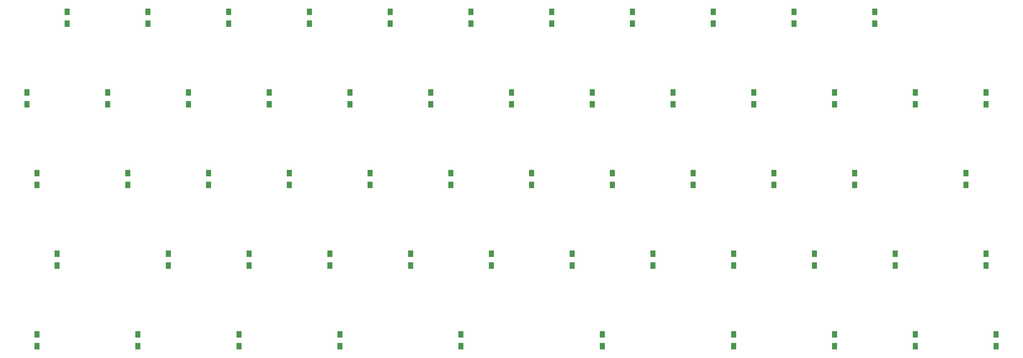
<source format=gbr>
G04 #@! TF.GenerationSoftware,KiCad,Pcbnew,(5.1.5-0-10_14)*
G04 #@! TF.CreationDate,2020-08-31T10:03:10-05:00*
G04 #@! TF.ProjectId,SithZhuyin40,53697468-5a68-4757-9969-6e34302e6b69,rev?*
G04 #@! TF.SameCoordinates,Original*
G04 #@! TF.FileFunction,Paste,Bot*
G04 #@! TF.FilePolarity,Positive*
%FSLAX46Y46*%
G04 Gerber Fmt 4.6, Leading zero omitted, Abs format (unit mm)*
G04 Created by KiCad (PCBNEW (5.1.5-0-10_14)) date 2020-08-31 10:03:10*
%MOMM*%
%LPD*%
G04 APERTURE LIST*
%ADD10R,1.200000X1.600000*%
G04 APERTURE END LIST*
D10*
X262731250Y-135543750D03*
X262731250Y-132743750D03*
X243681250Y-135543750D03*
X243681250Y-132743750D03*
X224631250Y-135543750D03*
X224631250Y-132743750D03*
X200818750Y-135543750D03*
X200818750Y-132743750D03*
X169862500Y-135543750D03*
X169862500Y-132743750D03*
X136525000Y-135543750D03*
X136525000Y-132743750D03*
X107950000Y-135543750D03*
X107950000Y-132743750D03*
X84137500Y-135543750D03*
X84137500Y-132743750D03*
X60325000Y-135543750D03*
X60325000Y-132743750D03*
X36512500Y-135543750D03*
X36512500Y-132743750D03*
X260350000Y-116493750D03*
X260350000Y-113693750D03*
X238918750Y-116493750D03*
X238918750Y-113693750D03*
X219868750Y-116493750D03*
X219868750Y-113693750D03*
X200818750Y-116493750D03*
X200818750Y-113693750D03*
X181768750Y-116493750D03*
X181768750Y-113693750D03*
X162718750Y-116493750D03*
X162718750Y-113693750D03*
X143668750Y-116493750D03*
X143668750Y-113693750D03*
X124618750Y-116493750D03*
X124618750Y-113693750D03*
X105568750Y-116493750D03*
X105568750Y-113693750D03*
X86518750Y-116493750D03*
X86518750Y-113693750D03*
X67468750Y-116493750D03*
X67468750Y-113693750D03*
X41275000Y-116493750D03*
X41275000Y-113693750D03*
X255587500Y-97443750D03*
X255587500Y-94643750D03*
X229393750Y-97443750D03*
X229393750Y-94643750D03*
X210343750Y-97443750D03*
X210343750Y-94643750D03*
X191293750Y-97443750D03*
X191293750Y-94643750D03*
X172243750Y-97443750D03*
X172243750Y-94643750D03*
X153193750Y-97443750D03*
X153193750Y-94643750D03*
X134143750Y-97443750D03*
X134143750Y-94643750D03*
X115093750Y-97443750D03*
X115093750Y-94643750D03*
X96043750Y-97443750D03*
X96043750Y-94643750D03*
X76993750Y-97443750D03*
X76993750Y-94643750D03*
X57943750Y-97443750D03*
X57943750Y-94643750D03*
X36512500Y-97443750D03*
X36512500Y-94643750D03*
X260350000Y-78393750D03*
X260350000Y-75593750D03*
X224631250Y-78393750D03*
X224631250Y-75593750D03*
X205581250Y-78393750D03*
X205581250Y-75593750D03*
X186531250Y-78393750D03*
X186531250Y-75593750D03*
X167481250Y-78393750D03*
X167481250Y-75593750D03*
X148431250Y-78393750D03*
X148431250Y-75593750D03*
X129381250Y-78393750D03*
X129381250Y-75593750D03*
X110331250Y-78393750D03*
X110331250Y-75593750D03*
X91281250Y-78393750D03*
X91281250Y-75593750D03*
X72231250Y-78393750D03*
X72231250Y-75593750D03*
X53181250Y-78393750D03*
X53181250Y-75593750D03*
X34131250Y-78393750D03*
X34131250Y-75593750D03*
X243681250Y-78393750D03*
X243681250Y-75593750D03*
X234156250Y-59343750D03*
X234156250Y-56543750D03*
X215106250Y-59343750D03*
X215106250Y-56543750D03*
X196056250Y-59343750D03*
X196056250Y-56543750D03*
X177006250Y-59343750D03*
X177006250Y-56543750D03*
X157956250Y-59343750D03*
X157956250Y-56543750D03*
X138906250Y-59343750D03*
X138906250Y-56543750D03*
X119856250Y-59343750D03*
X119856250Y-56543750D03*
X100806250Y-59343750D03*
X100806250Y-56543750D03*
X81756250Y-59343750D03*
X81756250Y-56543750D03*
X62706250Y-59343750D03*
X62706250Y-56543750D03*
X43656250Y-59343750D03*
X43656250Y-56543750D03*
M02*

</source>
